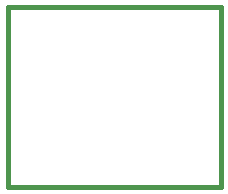
<source format=gm1>
G04 #@! TF.GenerationSoftware,KiCad,Pcbnew,(5.1.5)-3*
G04 #@! TF.CreationDate,2020-09-13T15:21:19-04:00*
G04 #@! TF.ProjectId,RotaryEnc,526f7461-7279-4456-9e63-2e6b69636164,X1*
G04 #@! TF.SameCoordinates,Original*
G04 #@! TF.FileFunction,Profile,NP*
%FSLAX46Y46*%
G04 Gerber Fmt 4.6, Leading zero omitted, Abs format (unit mm)*
G04 Created by KiCad (PCBNEW (5.1.5)-3) date 2020-09-13 15:21:19*
%MOMM*%
%LPD*%
G04 APERTURE LIST*
%ADD10C,0.381000*%
G04 APERTURE END LIST*
D10*
X14478000Y-29464000D02*
X14478000Y-14224000D01*
X32512000Y-29464000D02*
X14478000Y-29464000D01*
X32512000Y-14224000D02*
X32512000Y-29464000D01*
X14478000Y-14224000D02*
X32512000Y-14224000D01*
M02*

</source>
